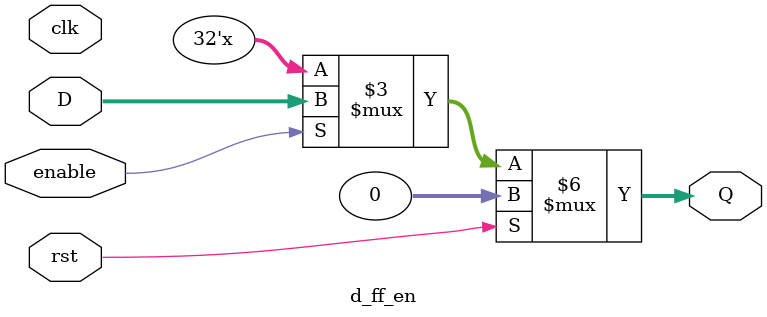
<source format=v>
`timescale 1ns / 1ps


module d_ff_en	# (parameter W = 32)
(
input wire clk, //system clock
input wire rst, //system reset
input wire enable, //load signal
input wire [W-1:0] D, //input signal
output reg [W-1:0] Q //output signal
);

always @(clk, rst)
begin
    if(rst)
        Q <= 0;
    else if(enable)
        Q <= D;
    else
        Q <= Q;
end

endmodule

</source>
